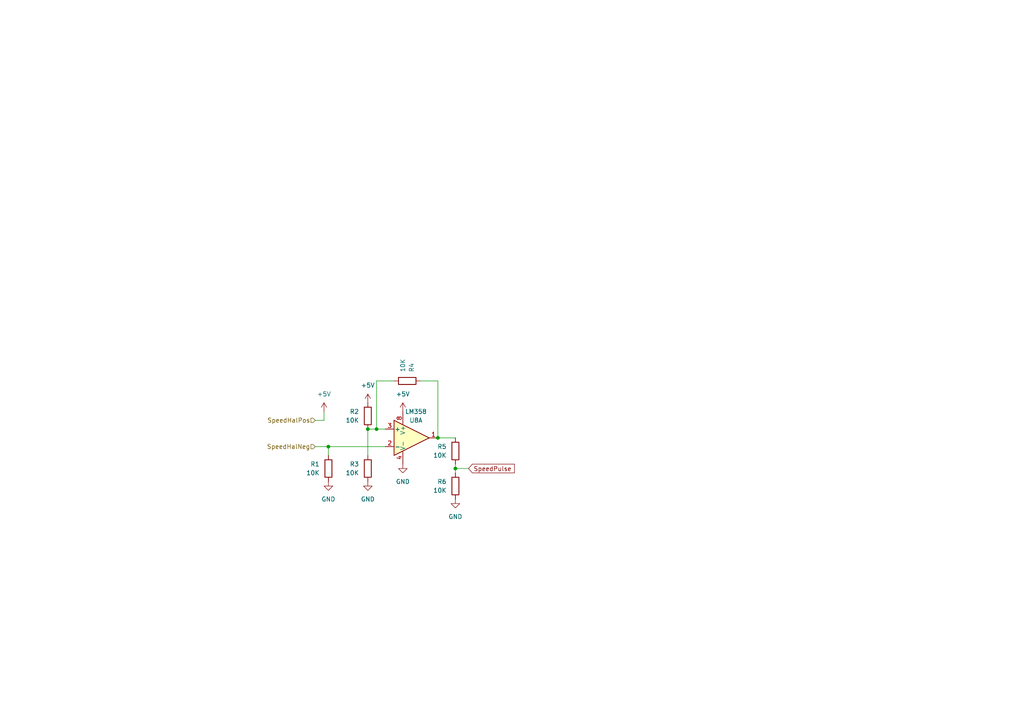
<source format=kicad_sch>
(kicad_sch (version 20231120) (generator "eeschema") (generator_version "8.0")
  (paper "A4")
  (lib_symbols
    (symbol "Amplifier_Operational:LM358" (pin_names (offset 0.127))
      (property "Reference" "U" (at 0 5.08 0))
      (property "Value" "LM358" (at 0 -5.08 0))
      (symbol "LM358_1_1"
        (polyline (pts (xy -5.08 5.08) (xy 5.08 0) (xy -5.08 -5.08) (xy -5.08 5.08)) (stroke (width 0.254)) (fill (type background)))
        (pin output line (at 7.62 0 180) (length 2.54) (name "~") (number "1"))
        (pin input line (at -7.62 -2.54 0) (length 2.54) (name "-") (number "2"))
        (pin input line (at -7.62 2.54 0) (length 2.54) (name "+") (number "3"))
      )
      (symbol "LM358_2_1"
        (polyline (pts (xy -5.08 5.08) (xy 5.08 0) (xy -5.08 -5.08) (xy -5.08 5.08)) (stroke (width 0.254)) (fill (type background)))
        (pin input line (at -7.62 2.54 0) (length 2.54) (name "+") (number "5"))
        (pin input line (at -7.62 -2.54 0) (length 2.54) (name "-") (number "6"))
        (pin output line (at 7.62 0 180) (length 2.54) (name "~") (number "7"))
      )
      (symbol "LM358_3_1"
        (pin power_in line (at -2.54 -7.62 90) (length 3.81) (name "V-") (number "4"))
        (pin power_in line (at -2.54 7.62 270) (length 3.81) (name "V+") (number "8"))
      )
    )
    (symbol "Device:R" (pin_numbers hide) (pin_names (offset 0))
      (property "Reference" "R" (at 2.032 0 90))
      (property "Value" "R" (at 0 0 90))
      (symbol "R_0_1"
        (rectangle (start -1.016 -2.54) (end 1.016 2.54) (stroke (width 0.254)))
      )
      (symbol "R_1_1"
        (pin passive line (at 0 3.81 270) (length 1.27) (name "~") (number "1"))
        (pin passive line (at 0 -3.81 90) (length 1.27) (name "~") (number "2"))
      )
    )
    (symbol "power:+5V" (power) (pin_names (offset 0))
      (property "Value" "+5V" (at 0 3.556 0))
      (symbol "+5V_0_1"
        (polyline (pts (xy -0.762 1.27) (xy 0 2.54)))
        (polyline (pts (xy 0 0) (xy 0 2.54)))
        (polyline (pts (xy 0 2.54) (xy 0.762 1.27)))
      )
      (symbol "+5V_1_1"
        (pin power_in line (at 0 0 90) (length 0) hide (name "+5V") (number "1"))
      )
    )
    (symbol "power:GND" (power) (pin_names (offset 0))
      (property "Value" "GND" (at 0 -3.81 0))
      (symbol "GND_0_1"
        (polyline (pts (xy 0 0) (xy 0 -1.27) (xy 1.27 -1.27) (xy 0 -2.54) (xy -1.27 -1.27) (xy 0 -1.27)))
      )
      (symbol "GND_1_1"
        (pin power_in line (at 0 0 270) (length 0) hide (name "GND") (number "1"))
      )
    )
  )
  (junction (at 106.68 124.46))
  (junction (at 132.08 135.89))
  (junction (at 127 127))
  (junction (at 109.22 124.46))
  (junction (at 95.25 129.54))
  (wire (pts (xy 132.08 135.89) (xy 135.89 135.89)))
  (wire (pts (xy 114.3 110.49) (xy 109.22 110.49)))
  (wire (pts (xy 95.25 129.54) (xy 91.44 129.54)))
  (wire (pts (xy 109.22 124.46) (xy 111.76 124.46)))
  (wire (pts (xy 93.98 119.38) (xy 93.98 121.92)))
  (wire (pts (xy 132.08 134.62) (xy 132.08 135.89)))
  (wire (pts (xy 106.68 124.46) (xy 109.22 124.46)))
  (wire (pts (xy 95.25 129.54) (xy 111.76 129.54)))
  (wire (pts (xy 109.22 110.49) (xy 109.22 124.46)))
  (wire (pts (xy 95.25 132.08) (xy 95.25 129.54)))
  (wire (pts (xy 127 110.49) (xy 121.92 110.49)))
  (wire (pts (xy 106.68 124.46) (xy 106.68 132.08)))
  (wire (pts (xy 132.08 137.16) (xy 132.08 135.89)))
  (wire (pts (xy 93.98 121.92) (xy 91.44 121.92)))
  (wire (pts (xy 127 127) (xy 127 110.49)))
  (wire (pts (xy 127 127) (xy 132.08 127)))
  (global_label "SpeedPulse" (shape input) (at 135.89 135.89 0) (property "Intersheetrefs" "${INTERSHEET_REFS}" (effects (hide yes))))
  (hierarchical_label "SpeedHalNeg" (shape input) (at 91.44 129.54 180))
  (hierarchical_label "SpeedHalPos" (shape input) (at 91.44 121.92 180))
  (symbol (lib_id "Device:R") (at 132.08 140.97 180) (unit 1)
    (property "Reference" "R6" (at 129.54 139.7 0) (effects (justify left)))
    (property "Value" "10K" (at 129.54 142.24 0) (effects (justify left)))
    (property "Footprint" "Resistor_SMD:R_0805_2012Metric_Pad1.20x1.40mm_HandSolder" (effects (hide yes)))
  )
  (symbol (lib_id "power:+5V") (at 93.98 119.38 0) (unit 1)
    (property "Reference" "#PWR057" (effects (hide yes)))
    (property "Value" "+5V" (at 93.98 114.3 0))
  )
  (symbol (lib_id "Device:R") (at 132.08 130.81 180) (unit 1)
    (property "Reference" "R5" (at 129.54 129.54 0) (effects (justify left)))
    (property "Value" "10K" (at 129.54 132.08 0) (effects (justify left)))
    (property "Footprint" "Resistor_SMD:R_0805_2012Metric_Pad1.20x1.40mm_HandSolder" (effects (hide yes)))
  )
  (symbol (lib_id "power:GND") (at 116.84 134.62 0) (unit 1)
    (property "Reference" "#PWR062" (effects (hide yes)))
    (property "Value" "GND" (at 116.84 139.7 0))
  )
  (symbol (lib_id "power:+5V") (at 116.84 119.38 0) (unit 1)
    (property "Reference" "#PWR061" (effects (hide yes)))
    (property "Value" "+5V" (at 116.84 114.3 0))
  )
  (symbol (lib_id "Device:R") (at 95.25 135.89 180) (unit 1)
    (property "Reference" "R1" (at 92.71 134.62 0) (effects (justify left)))
    (property "Value" "10K" (at 92.71 137.16 0) (effects (justify left)))
    (property "Footprint" "Resistor_SMD:R_0805_2012Metric_Pad1.20x1.40mm_HandSolder" (effects (hide yes)))
  )
  (symbol (lib_id "power:GND") (at 132.08 144.78 0) (unit 1)
    (property "Reference" "#PWR063" (effects (hide yes)))
    (property "Value" "GND" (at 132.08 149.86 0))
  )
  (symbol (lib_id "Device:R") (at 106.68 120.65 180) (unit 1)
    (property "Reference" "R2" (at 104.14 119.38 0) (effects (justify left)))
    (property "Value" "10K" (at 104.14 121.92 0) (effects (justify left)))
    (property "Footprint" "Resistor_SMD:R_0805_2012Metric_Pad1.20x1.40mm_HandSolder" (effects (hide yes)))
  )
  (symbol (lib_id "Amplifier_Operational:LM358") (at 119.38 127 0) (unit 3)
    (property "Reference" "U8" (effects (hide yes)))
    (property "Value" "LM358" (effects (hide yes)))
    (property "Footprint" "Package_SO:SSOP-8_5.25x5.24mm_P1.27mm" (effects (hide yes)))
    (property "Datasheet" "http://www.ti.com/lit/ds/symlink/lm2904-n.pdf" (effects (hide yes)))
  )
  (symbol (lib_id "Device:R") (at 118.11 110.49 90) (unit 1)
    (property "Reference" "R4" (at 119.38 107.95 0) (effects (justify left)))
    (property "Value" "10K" (at 116.84 107.95 0) (effects (justify left)))
    (property "Footprint" "Resistor_SMD:R_0805_2012Metric_Pad1.20x1.40mm_HandSolder" (effects (hide yes)))
  )
  (symbol (lib_id "Device:R") (at 106.68 135.89 180) (unit 1)
    (property "Reference" "R3" (at 104.14 134.62 0) (effects (justify left)))
    (property "Value" "10K" (at 104.14 137.16 0) (effects (justify left)))
    (property "Footprint" "Resistor_SMD:R_0805_2012Metric_Pad1.20x1.40mm_HandSolder" (effects (hide yes)))
  )
  (symbol (lib_id "power:+5V") (at 106.68 116.84 0) (unit 1)
    (property "Reference" "#PWR059" (effects (hide yes)))
    (property "Value" "+5V" (at 106.68 111.76 0))
  )
  (symbol (lib_id "power:GND") (at 95.25 139.7 0) (unit 1)
    (property "Reference" "#PWR058" (effects (hide yes)))
    (property "Value" "GND" (at 95.25 144.78 0))
  )
  (symbol (lib_id "power:GND") (at 106.68 139.7 0) (unit 1)
    (property "Reference" "#PWR060" (effects (hide yes)))
    (property "Value" "GND" (at 106.68 144.78 0))
  )
  (symbol (lib_id "Amplifier_Operational:LM358") (at 119.38 127 0) (unit 1)
    (property "Reference" "U8" (at 120.65 121.92 0))
    (property "Value" "LM358" (at 120.65 119.38 0))
    (property "Footprint" "Package_SO:SSOP-8_5.25x5.24mm_P1.27mm" (effects (hide yes)))
    (property "Datasheet" "http://www.ti.com/lit/ds/symlink/lm2904-n.pdf" (effects (hide yes)))
  )
)
</source>
